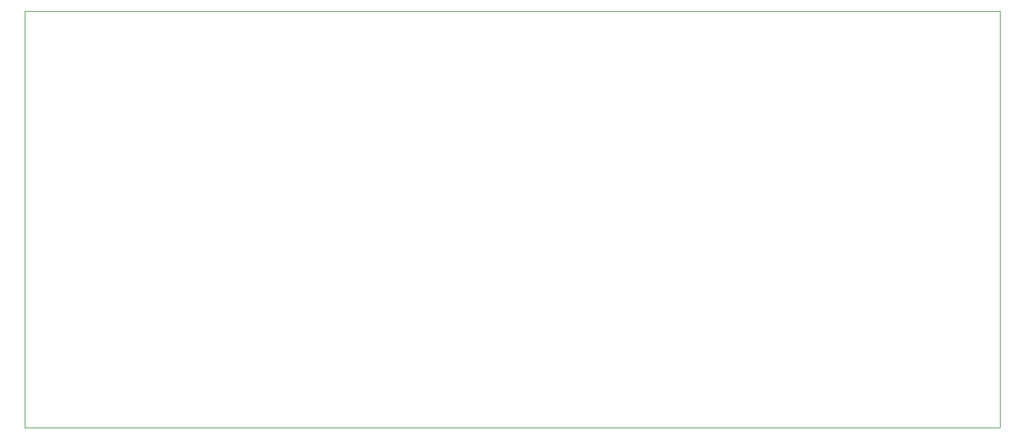
<source format=gbr>
%TF.GenerationSoftware,KiCad,Pcbnew,5.1.9-73d0e3b20d~88~ubuntu18.04.1*%
%TF.CreationDate,2021-01-30T02:03:27+01:00*%
%TF.ProjectId,terraesp,74657272-6165-4737-902e-6b696361645f,rev?*%
%TF.SameCoordinates,Original*%
%TF.FileFunction,Profile,NP*%
%FSLAX46Y46*%
G04 Gerber Fmt 4.6, Leading zero omitted, Abs format (unit mm)*
G04 Created by KiCad (PCBNEW 5.1.9-73d0e3b20d~88~ubuntu18.04.1) date 2021-01-30 02:03:27*
%MOMM*%
%LPD*%
G01*
G04 APERTURE LIST*
%TA.AperFunction,Profile*%
%ADD10C,0.050000*%
%TD*%
G04 APERTURE END LIST*
D10*
X85011100Y-132143600D02*
X211991100Y-132143600D01*
X211991100Y-132143600D02*
X211991100Y-77863600D01*
X211991100Y-77863600D02*
X85011100Y-77863600D01*
X85011100Y-77863600D02*
X85011100Y-132143600D01*
M02*

</source>
